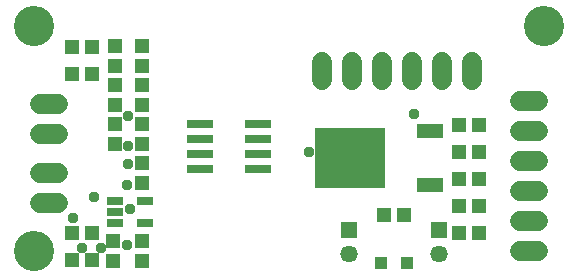
<source format=gbr>
G04 EAGLE Gerber RS-274X export*
G75*
%MOMM*%
%FSLAX34Y34*%
%LPD*%
%INSoldermask Top*%
%IPPOS*%
%AMOC8*
5,1,8,0,0,1.08239X$1,22.5*%
G01*
%ADD10C,3.403200*%
%ADD11R,1.461200X1.461200*%
%ADD12C,1.461200*%
%ADD13R,1.303200X1.203200*%
%ADD14R,1.203200X1.303200*%
%ADD15R,1.003200X1.003200*%
%ADD16R,2.303200X1.203200*%
%ADD17R,6.053200X5.103200*%
%ADD18R,1.353200X0.803200*%
%ADD19R,2.184400X0.762000*%
%ADD20C,1.711200*%
%ADD21C,0.959600*%


D10*
X38100Y38100D03*
X38100Y228600D03*
X469900Y228600D03*
D11*
X304800Y55880D03*
D12*
X304800Y35880D03*
D13*
X334400Y68580D03*
X351400Y68580D03*
X397900Y53340D03*
X414900Y53340D03*
D11*
X381000Y55880D03*
D12*
X381000Y35880D03*
D14*
X105410Y29600D03*
X105410Y46600D03*
D13*
X397900Y76200D03*
X414900Y76200D03*
D15*
X353900Y27940D03*
X331900Y27940D03*
D16*
X373700Y94040D03*
X373700Y139640D03*
D17*
X305700Y116840D03*
D18*
X106380Y80620D03*
X106380Y71120D03*
X106380Y61620D03*
X132380Y61620D03*
X132380Y80620D03*
D19*
X227838Y107950D03*
X227838Y120650D03*
X227838Y133350D03*
X227838Y146050D03*
X178562Y146050D03*
X178562Y133350D03*
X178562Y120650D03*
X178562Y107950D03*
D14*
X397900Y99060D03*
X414900Y99060D03*
D13*
X129540Y112640D03*
X129540Y95640D03*
X129540Y29600D03*
X129540Y46600D03*
D14*
X70240Y30480D03*
X87240Y30480D03*
X87240Y53340D03*
X70240Y53340D03*
X397900Y121920D03*
X414900Y121920D03*
X397900Y144780D03*
X414900Y144780D03*
X70240Y187960D03*
X87240Y187960D03*
X70240Y210820D03*
X87240Y210820D03*
D13*
X106680Y211700D03*
X106680Y194700D03*
X129540Y194700D03*
X129540Y211700D03*
X129540Y161680D03*
X129540Y178680D03*
X106680Y161680D03*
X106680Y178680D03*
X106680Y145660D03*
X106680Y128660D03*
X129540Y145660D03*
X129540Y128660D03*
D20*
X58340Y137160D02*
X43260Y137160D01*
X43260Y162560D02*
X58340Y162560D01*
X58340Y78740D02*
X43260Y78740D01*
X43260Y104140D02*
X58340Y104140D01*
X449660Y165100D02*
X464740Y165100D01*
X464740Y139700D02*
X449660Y139700D01*
X449660Y114300D02*
X464740Y114300D01*
X464740Y88900D02*
X449660Y88900D01*
X449660Y63500D02*
X464740Y63500D01*
X464740Y38100D02*
X449660Y38100D01*
X281940Y182960D02*
X281940Y198040D01*
X307340Y198040D02*
X307340Y182960D01*
X332740Y182960D02*
X332740Y198040D01*
X358140Y198040D02*
X358140Y182960D01*
X383540Y182960D02*
X383540Y198040D01*
X408940Y198040D02*
X408940Y182960D01*
D21*
X360153Y154413D03*
X95104Y40640D03*
X78740Y40640D03*
X117486Y152400D03*
X88900Y83820D03*
X271144Y121920D03*
X117486Y127000D03*
X117828Y111787D03*
X116840Y93980D03*
X116840Y43180D03*
X71120Y66040D03*
X119380Y73660D03*
M02*

</source>
